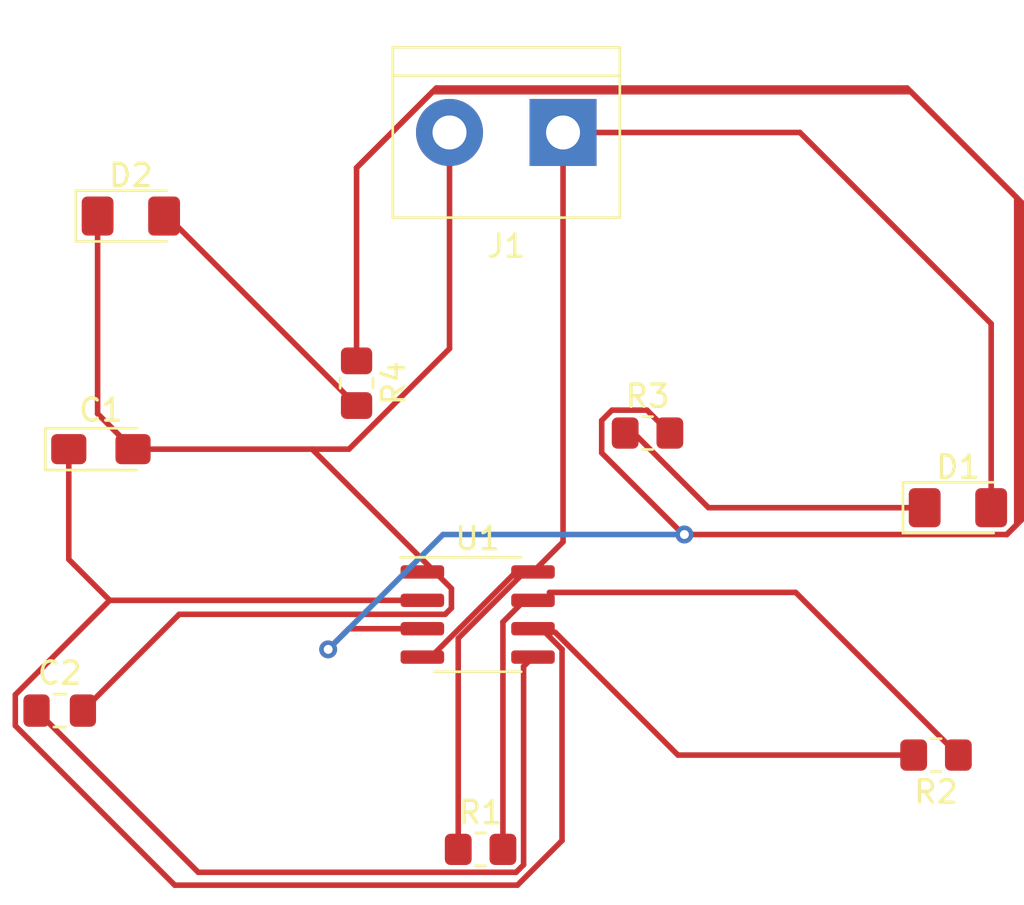
<source format=kicad_pcb>
(kicad_pcb (version 20211014) (generator pcbnew)
  (layers (0 "F.Cu" signal) (31 "B.Cu" signal) (34 "B.Paste" user) (35 "F.Paste" user) (36 "B.SilkS" user "B.Silkscreen") (37 "F.SilkS" user "F.Silkscreen") (38 "B.Mask" user) (39 "F.Mask" user) (44 "Edge.Cuts" user))
  (net 0 "")
  (net 1 "/pin_2")
  (net 2 "GND")
  (net 3 "Net-(C2-Pad1)")
  (net 4 "Net-(D1-Pad1)")
  (net 5 "+9V")
  (net 6 "Net-(D2-Pad2)")
  (net 7 "/pin_7")
  (net 8 "/pin_3")
  (footprint "LED_SMD:LED_1206_3216Metric_Pad1.42x1.75mm_HandSolder" (layer "F.Cu") (at 161.01 87)
    (fp_text reference "D1" (at 0 -1.82) (layer "F.SilkS"))
    (fp_text value "LED")
    (fp_line (start 1.6 -1.135) (end -2.46 -1.135) (layer "F.SilkS") (width 0.12))
    (fp_line (start -2.46 -1.135) (end -2.46 1.135) (layer "F.SilkS") (width 0.12))
    (fp_line (start -2.46 1.135) (end 1.6 1.135) (layer "F.SilkS") (width 0.12))
    (pad "1" smd roundrect (at -1.4875 0) (size 1.425 1.75) (layers "F.Cu" "F.Paste" "F.Mask") (roundrect_rratio 0.175439) (net 4 "Net-(D1-Pad1)"))
    (pad "2" smd roundrect (at 1.4875 0) (size 1.425 1.75) (layers "F.Cu" "F.Paste" "F.Mask") (roundrect_rratio 0.175439) (net 5 "+9V"))
  )
  (footprint "Capacitor_Tantalum_SMD:CP_EIA-3216-18_Kemet-A_Pad1.58x1.35mm_HandSolder" (layer "F.Cu") (at 122.66 84.38)
    (fp_text reference "C1" (at 0 -1.75) (layer "F.SilkS"))
    (fp_text value "10uF")
    (fp_line (start -2.485 -0.935) (end -2.485 0.935) (layer "F.SilkS") (width 0.12))
    (fp_line (start -2.485 0.935) (end 1.6 0.935) (layer "F.SilkS") (width 0.12))
    (fp_line (start 1.6 -0.935) (end -2.485 -0.935) (layer "F.SilkS") (width 0.12))
    (pad "1" smd roundrect (at -1.4375 0) (size 1.575 1.35) (layers "F.Cu" "F.Paste" "F.Mask") (roundrect_rratio 0.185185) (net 1 "/pin_2"))
    (pad "2" smd roundrect (at 1.4375 0) (size 1.575 1.35) (layers "F.Cu" "F.Paste" "F.Mask") (roundrect_rratio 0.185185) (net 2 "GND"))
  )
  (footprint "TerminalBlock:TerminalBlock_bornier-2_P5.08mm" (layer "F.Cu") (at 143.34 70.21 180)
    (fp_text reference "J1" (at 2.54 -5.08) (layer "F.SilkS"))
    (fp_text value "Conn_01x02_Male")
    (fp_line (start 7.62 3.81) (end 7.62 -3.81) (layer "F.SilkS") (width 0.12))
    (fp_line (start 7.62 2.54) (end -2.54 2.54) (layer "F.SilkS") (width 0.12))
    (fp_line (start 7.62 -3.81) (end -2.54 -3.81) (layer "F.SilkS") (width 0.12))
    (fp_line (start -2.54 3.81) (end 7.62 3.81) (layer "F.SilkS") (width 0.12))
    (fp_line (start -2.54 -3.81) (end -2.54 3.81) (layer "F.SilkS") (width 0.12))
    (pad "1" thru_hole rect (at 0 0 180) (size 3 3) (drill 1.52) (layers *.Cu *.Mask) (net 5 "+9V"))
    (pad "2" thru_hole circle (at 5.08 0 180) (size 3 3) (drill 1.52) (layers *.Cu *.Mask) (net 2 "GND"))
  )
  (footprint "Resistor_SMD:R_0805_2012Metric_Pad1.20x1.40mm_HandSolder" (layer "F.Cu") (at 160.03 98.07 180)
    (fp_text reference "R2" (at 0 -1.65) (layer "F.SilkS"))
    (fp_text value "10K")
    (fp_line (start -0.227064 0.735) (end 0.227064 0.735) (layer "F.SilkS") (width 0.12))
    (fp_line (start -0.227064 -0.735) (end 0.227064 -0.735) (layer "F.SilkS") (width 0.12))
    (pad "1" smd roundrect (at -1 0 180) (size 1.2 1.4) (layers "F.Cu" "F.Paste" "F.Mask") (roundrect_rratio 0.208333) (net 7 "/pin_7"))
    (pad "2" smd roundrect (at 1 0 180) (size 1.2 1.4) (layers "F.Cu" "F.Paste" "F.Mask") (roundrect_rratio 0.208333) (net 1 "/pin_2"))
  )
  (footprint "Resistor_SMD:R_0805_2012Metric_Pad1.20x1.40mm_HandSolder" (layer "F.Cu") (at 139.65 102.29)
    (fp_text reference "R1" (at 0 -1.65) (layer "F.SilkS"))
    (fp_text value "1K")
    (fp_line (start -0.227064 0.735) (end 0.227064 0.735) (layer "F.SilkS") (width 0.12))
    (fp_line (start -0.227064 -0.735) (end 0.227064 -0.735) (layer "F.SilkS") (width 0.12))
    (pad "1" smd roundrect (at -1 0) (size 1.2 1.4) (layers "F.Cu" "F.Paste" "F.Mask") (roundrect_rratio 0.208333) (net 5 "+9V"))
    (pad "2" smd roundrect (at 1 0) (size 1.2 1.4) (layers "F.Cu" "F.Paste" "F.Mask") (roundrect_rratio 0.208333) (net 7 "/pin_7"))
  )
  (footprint "Resistor_SMD:R_0805_2012Metric_Pad1.20x1.40mm_HandSolder" (layer "F.Cu") (at 134.1 81.43 -90)
    (fp_text reference "R4" (at 0 -1.65 90) (layer "F.SilkS"))
    (fp_text value "1K")
    (fp_line (start -0.227064 0.735) (end 0.227064 0.735) (layer "F.SilkS") (width 0.12))
    (fp_line (start -0.227064 -0.735) (end 0.227064 -0.735) (layer "F.SilkS") (width 0.12))
    (pad "1" smd roundrect (at -1 0 270) (size 1.2 1.4) (layers "F.Cu" "F.Paste" "F.Mask") (roundrect_rratio 0.208333) (net 8 "/pin_3"))
    (pad "2" smd roundrect (at 1 0 270) (size 1.2 1.4) (layers "F.Cu" "F.Paste" "F.Mask") (roundrect_rratio 0.208333) (net 6 "Net-(D2-Pad2)"))
  )
  (footprint "Capacitor_SMD:C_0805_2012Metric_Pad1.18x1.45mm_HandSolder" (layer "F.Cu") (at 120.8175 96.08)
    (fp_text reference "C2" (at 0 -1.68) (layer "F.SilkS"))
    (fp_text value "0.01uF")
    (fp_line (start -0.261252 -0.735) (end 0.261252 -0.735) (layer "F.SilkS") (width 0.12))
    (fp_line (start -0.261252 0.735) (end 0.261252 0.735) (layer "F.SilkS") (width 0.12))
    (pad "1" smd roundrect (at -1.0375 0) (size 1.175 1.45) (layers "F.Cu" "F.Paste" "F.Mask") (roundrect_rratio 0.212766) (net 3 "Net-(C2-Pad1)"))
    (pad "2" smd roundrect (at 1.0375 0) (size 1.175 1.45) (layers "F.Cu" "F.Paste" "F.Mask") (roundrect_rratio 0.212766) (net 2 "GND"))
  )
  (footprint "Resistor_SMD:R_0805_2012Metric_Pad1.20x1.40mm_HandSolder" (layer "F.Cu") (at 147.12 83.66)
    (fp_text reference "R3" (at 0 -1.65) (layer "F.SilkS"))
    (fp_text value "1K")
    (fp_line (start -0.227064 -0.735) (end 0.227064 -0.735) (layer "F.SilkS") (width 0.12))
    (fp_line (start -0.227064 0.735) (end 0.227064 0.735) (layer "F.SilkS") (width 0.12))
    (pad "1" smd roundrect (at -1 0) (size 1.2 1.4) (layers "F.Cu" "F.Paste" "F.Mask") (roundrect_rratio 0.208333) (net 4 "Net-(D1-Pad1)"))
    (pad "2" smd roundrect (at 1 0) (size 1.2 1.4) (layers "F.Cu" "F.Paste" "F.Mask") (roundrect_rratio 0.208333) (net 8 "/pin_3"))
  )
  (footprint "Package_SO:SOIC-8_3.9x4.9mm_P1.27mm" (layer "F.Cu") (at 139.52 91.78)
    (fp_text reference "U1" (at 0 -3.4) (layer "F.SilkS"))
    (fp_text value "NE555D")
    (fp_line (start 0 -2.56) (end 1.95 -2.56) (layer "F.SilkS") (width 0.12))
    (fp_line (start 0 -2.56) (end -3.45 -2.56) (layer "F.SilkS") (width 0.12))
    (fp_line (start 0 2.56) (end 1.95 2.56) (layer "F.SilkS") (width 0.12))
    (fp_line (start 0 2.56) (end -1.95 2.56) (layer "F.SilkS") (width 0.12))
    (pad "1" smd roundrect (at -2.475 -1.905) (size 1.95 0.6) (layers "F.Cu" "F.Paste" "F.Mask") (net 2 "GND"))
    (pad "2" smd roundrect (at -2.475 -0.635) (size 1.95 0.6) (layers "F.Cu" "F.Paste" "F.Mask") (net 1 "/pin_2"))
    (pad "3" smd roundrect (at -2.475 0.635) (size 1.95 0.6) (layers "F.Cu" "F.Paste" "F.Mask") (net 8 "/pin_3"))
    (pad "4" smd roundrect (at -2.475 1.905) (size 1.95 0.6) (layers "F.Cu" "F.Paste" "F.Mask") (net 5 "+9V"))
    (pad "5" smd roundrect (at 2.475 1.905) (size 1.95 0.6) (layers "F.Cu" "F.Paste" "F.Mask") (net 3 "Net-(C2-Pad1)"))
    (pad "6" smd roundrect (at 2.475 0.635) (size 1.95 0.6) (layers "F.Cu" "F.Paste" "F.Mask") (net 1 "/pin_2"))
    (pad "7" smd roundrect (at 2.475 -0.635) (size 1.95 0.6) (layers "F.Cu" "F.Paste" "F.Mask") (net 7 "/pin_7"))
    (pad "8" smd roundrect (at 2.475 -1.905) (size 1.95 0.6) (layers "F.Cu" "F.Paste" "F.Mask") (net 5 "+9V"))
  )
  (footprint "LED_SMD:LED_1206_3216Metric_Pad1.42x1.75mm_HandSolder" (layer "F.Cu") (at 124 73.95)
    (fp_text reference "D2" (at 0 -1.82) (layer "F.SilkS"))
    (fp_text value "LED")
    (fp_line (start -2.46 1.135) (end 1.6 1.135) (layer "F.SilkS") (width 0.12))
    (fp_line (start 1.6 -1.135) (end -2.46 -1.135) (layer "F.SilkS") (width 0.12))
    (fp_line (start -2.46 -1.135) (end -2.46 1.135) (layer "F.SilkS") (width 0.12))
    (pad "1" smd roundrect (at -1.4875 0) (size 1.425 1.75) (layers "F.Cu" "F.Paste" "F.Mask") (roundrect_rratio 0.175439) (net 2 "GND"))
    (pad "2" smd roundrect (at 1.4875 0) (size 1.425 1.75) (layers "F.Cu" "F.Paste" "F.Mask") (roundrect_rratio 0.175439) (net 6 "Net-(D2-Pad2)"))
  )
  (segment (start 121.2225 84.38) (end 121.2225 89.3125) (width 0.25) (layer "F.Cu") (net 1))
  (segment (start 123.055 91.145) (end 137.045 91.145) (width 0.25) (layer "F.Cu") (net 1))
  (segment (start 121.2225 89.3125) (end 123.055 91.145) (width 0.25) (layer "F.Cu") (net 1))
  (segment (start 118.83 95.37) (end 123.055 91.145) (width 0.25) (layer "F.Cu") (net 1))
  (segment (start 143.295 101.894569) (end 141.299569 103.89) (width 0.25) (layer "F.Cu") (net 1))
  (segment (start 143.295 93.338249) (end 143.295 101.894569) (width 0.25) (layer "F.Cu") (net 1))
  (segment (start 142.371751 92.415) (end 143.295 93.338249) (width 0.25) (layer "F.Cu") (net 1))
  (segment (start 125.964327 103.89) (end 118.83 96.755673) (width 0.25) (layer "F.Cu") (net 1))
  (segment (start 148.48 98.07) (end 142.98 92.57) (width 0.25) (layer "F.Cu") (net 1))
  (segment (start 159.03 98.07) (end 148.48 98.07) (width 0.25) (layer "F.Cu") (net 1))
  (segment (start 141.299569 103.89) (end 125.964327 103.89) (width 0.25) (layer "F.Cu") (net 1))
  (segment (start 118.83 96.755673) (end 118.83 95.37) (width 0.25) (layer "F.Cu") (net 1))
  (segment (start 141.995 92.415) (end 142.371751 92.415) (width 0.25) (layer "F.Cu") (net 1))
  (segment (start 121.855 96.08) (end 126.165 91.77) (width 0.25) (layer "F.Cu") (net 2))
  (segment (start 138.066751 91.77) (end 138.345 91.491751) (width 0.25) (layer "F.Cu") (net 2))
  (segment (start 122.5125 82.795) (end 124.0975 84.38) (width 0.25) (layer "F.Cu") (net 2))
  (segment (start 138.26 70.21) (end 138.26 79.883173) (width 0.25) (layer "F.Cu") (net 2))
  (segment (start 132.11 84.38) (end 124.0975 84.38) (width 0.25) (layer "F.Cu") (net 2))
  (segment (start 126.165 91.77) (end 138.066751 91.77) (width 0.25) (layer "F.Cu") (net 2))
  (segment (start 122.5125 73.95) (end 122.5125 82.795) (width 0.25) (layer "F.Cu") (net 2))
  (segment (start 133.763173 84.38) (end 132.11 84.38) (width 0.25) (layer "F.Cu") (net 2))
  (segment (start 138.345 90.615) (end 132.11 84.38) (width 0.25) (layer "F.Cu") (net 2))
  (segment (start 138.26 79.883173) (end 133.763173 84.38) (width 0.25) (layer "F.Cu") (net 2))
  (segment (start 138.345 91.491751) (end 138.345 90.615) (width 0.25) (layer "F.Cu") (net 2))
  (segment (start 127.015 103.315) (end 119.78 96.08) (width 0.25) (layer "F.Cu") (net 3))
  (segment (start 141.575 102.978173) (end 141.238173 103.315) (width 0.25) (layer "F.Cu") (net 3))
  (segment (start 141.238173 103.315) (end 127.015 103.315) (width 0.25) (layer "F.Cu") (net 3))
  (segment (start 141.995 93.685) (end 141.575 94.105) (width 0.25) (layer "F.Cu") (net 3))
  (segment (start 141.575 94.105) (end 141.575 102.978173) (width 0.25) (layer "F.Cu") (net 3))
  (segment (start 149.846827 87) (end 146.506827 83.66) (width 0.25) (layer "F.Cu") (net 4))
  (segment (start 159.5225 87) (end 149.846827 87) (width 0.25) (layer "F.Cu") (net 4))
  (segment (start 146.506827 83.66) (end 146.12 83.66) (width 0.25) (layer "F.Cu") (net 4))
  (segment (start 143.34 70.21) (end 143.34 88.53) (width 0.25) (layer "F.Cu") (net 5))
  (segment (start 153.94 70.21) (end 143.34 70.21) (width 0.25) (layer "F.Cu") (net 5))
  (segment (start 141.995 89.875) (end 141.618249 89.875) (width 0.25) (layer "F.Cu") (net 5))
  (segment (start 141.231751 89.875) (end 141.995 89.875) (width 0.25) (layer "F.Cu") (net 5))
  (segment (start 138.65 92.843249) (end 138.65 102.29) (width 0.25) (layer "F.Cu") (net 5))
  (segment (start 143.34 88.53) (end 141.995 89.875) (width 0.25) (layer "F.Cu") (net 5))
  (segment (start 141.618249 89.875) (end 138.65 92.843249) (width 0.25) (layer "F.Cu") (net 5))
  (segment (start 137.045 93.685) (end 137.421751 93.685) (width 0.25) (layer "F.Cu") (net 5))
  (segment (start 162.4975 78.7675) (end 153.94 70.21) (width 0.25) (layer "F.Cu") (net 5))
  (segment (start 162.4975 87) (end 162.4975 78.7675) (width 0.25) (layer "F.Cu") (net 5))
  (segment (start 137.421751 93.685) (end 141.231751 89.875) (width 0.25) (layer "F.Cu") (net 5))
  (segment (start 125.4875 73.95) (end 125.62 73.95) (width 0.25) (layer "F.Cu") (net 6))
  (segment (start 125.62 73.95) (end 134.1 82.43) (width 0.25) (layer "F.Cu") (net 6))
  (segment (start 141.995 91.145) (end 141.618249 91.145) (width 0.25) (layer "F.Cu") (net 7))
  (segment (start 153.75 90.79) (end 142.73 90.79) (width 0.25) (layer "F.Cu") (net 7))
  (segment (start 140.65 92.113249) (end 140.65 102.29) (width 0.25) (layer "F.Cu") (net 7))
  (segment (start 141.618249 91.145) (end 140.65 92.113249) (width 0.25) (layer "F.Cu") (net 7))
  (segment (start 161.03 98.07) (end 153.75 90.79) (width 0.25) (layer "F.Cu") (net 7))
  (segment (start 163.86 73.343604) (end 158.736396 68.22) (width 0.25) (layer "F.Cu") (net 8))
  (segment (start 137.66906 68.22) (end 134.1 71.78906) (width 0.25) (layer "F.Cu") (net 8))
  (segment (start 133.755 92.415) (end 132.83 93.34) (width 0.25) (layer "F.Cu") (net 8))
  (segment (start 158.736396 68.22) (end 137.66906 68.22) (width 0.25) (layer "F.Cu") (net 8))
  (segment (start 163.64 87.758172) (end 163.64 73.123604) (width 0.25) (layer "F.Cu") (net 8))
  (segment (start 137.045 92.415) (end 133.755 92.415) (width 0.25) (layer "F.Cu") (net 8))
  (segment (start 158.901396 68.385) (end 137.50406 68.385) (width 0.25) (layer "F.Cu") (net 8))
  (segment (start 163.86 87.538172) (end 163.86 73.343604) (width 0.25) (layer "F.Cu") (net 8))
  (segment (start 145.07 84.55) (end 148.72 88.2) (width 0.25) (layer "F.Cu") (net 8))
  (segment (start 163.64 73.123604) (end 158.901396 68.385) (width 0.25) (layer "F.Cu") (net 8))
  (segment (start 148.77 88.2) (end 163.198172 88.2) (width 0.25) (layer "F.Cu") (net 8))
  (segment (start 147.095 82.635) (end 145.531827 82.635) (width 0.25) (layer "F.Cu") (net 8))
  (segment (start 148.72 88.2) (end 148.77 88.2) (width 0.25) (layer "F.Cu") (net 8))
  (segment (start 145.07 83.096827) (end 145.07 84.55) (width 0.25) (layer "F.Cu") (net 8))
  (segment (start 148.12 83.66) (end 147.095 82.635) (width 0.25) (layer "F.Cu") (net 8))
  (segment (start 134.1 71.78906) (end 134.1 80.43) (width 0.25) (layer "F.Cu") (net 8))
  (segment (start 145.531827 82.635) (end 145.07 83.096827) (width 0.25) (layer "F.Cu") (net 8))
  (segment (start 163.198172 88.2) (end 163.86 87.538172) (width 0.25) (layer "F.Cu") (net 8))
  (segment (start 163.198172 88.2) (end 163.64 87.758172) (width 0.25) (layer "F.Cu") (net 8))
  (segment (start 137.50406 68.385) (end 134.1 71.78906) (width 0.25) (layer "F.Cu") (net 8))
  (via (at 148.77 88.2) (size 0.8) (drill 0.4) (layers "F.Cu" "B.Cu") (net 8))
  (via (at 132.83 93.34) (size 0.8) (drill 0.4) (layers "F.Cu" "B.Cu") (net 8))
  (segment (start 137.97 88.2) (end 148.72 88.2) (width 0.25) (layer "B.Cu") (net 8))
  (segment (start 132.83 93.34) (end 137.97 88.2) (width 0.25) (layer "B.Cu") (net 8))
)
</source>
